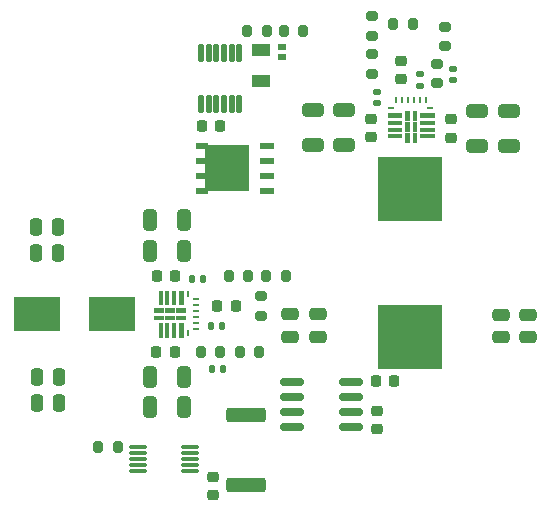
<source format=gbr>
%TF.GenerationSoftware,KiCad,Pcbnew,7.99.0-957-g18dd623122*%
%TF.CreationDate,2023-07-07T15:53:50+08:00*%
%TF.ProjectId,power,706f7765-722e-46b6-9963-61645f706362,V2*%
%TF.SameCoordinates,Original*%
%TF.FileFunction,Paste,Top*%
%TF.FilePolarity,Positive*%
%FSLAX46Y46*%
G04 Gerber Fmt 4.6, Leading zero omitted, Abs format (unit mm)*
G04 Created by KiCad (PCBNEW 7.99.0-957-g18dd623122) date 2023-07-07 15:53:50*
%MOMM*%
%LPD*%
G01*
G04 APERTURE LIST*
G04 Aperture macros list*
%AMRoundRect*
0 Rectangle with rounded corners*
0 $1 Rounding radius*
0 $2 $3 $4 $5 $6 $7 $8 $9 X,Y pos of 4 corners*
0 Add a 4 corners polygon primitive as box body*
4,1,4,$2,$3,$4,$5,$6,$7,$8,$9,$2,$3,0*
0 Add four circle primitives for the rounded corners*
1,1,$1+$1,$2,$3*
1,1,$1+$1,$4,$5*
1,1,$1+$1,$6,$7*
1,1,$1+$1,$8,$9*
0 Add four rect primitives between the rounded corners*
20,1,$1+$1,$2,$3,$4,$5,0*
20,1,$1+$1,$4,$5,$6,$7,0*
20,1,$1+$1,$6,$7,$8,$9,0*
20,1,$1+$1,$8,$9,$2,$3,0*%
G04 Aperture macros list end*
%ADD10C,0.010000*%
%ADD11RoundRect,0.225000X-0.225000X-0.250000X0.225000X-0.250000X0.225000X0.250000X-0.225000X0.250000X0*%
%ADD12RoundRect,0.028800X0.211200X-0.696200X0.211200X0.696200X-0.211200X0.696200X-0.211200X-0.696200X0*%
%ADD13RoundRect,0.250000X-1.425000X0.362500X-1.425000X-0.362500X1.425000X-0.362500X1.425000X0.362500X0*%
%ADD14RoundRect,0.250000X0.475000X-0.250000X0.475000X0.250000X-0.475000X0.250000X-0.475000X-0.250000X0*%
%ADD15RoundRect,0.225000X-0.250000X0.225000X-0.250000X-0.225000X0.250000X-0.225000X0.250000X0.225000X0*%
%ADD16RoundRect,0.200000X0.275000X-0.200000X0.275000X0.200000X-0.275000X0.200000X-0.275000X-0.200000X0*%
%ADD17RoundRect,0.200000X0.200000X0.275000X-0.200000X0.275000X-0.200000X-0.275000X0.200000X-0.275000X0*%
%ADD18R,1.500000X1.000000*%
%ADD19RoundRect,0.250000X0.325000X0.650000X-0.325000X0.650000X-0.325000X-0.650000X0.325000X-0.650000X0*%
%ADD20RoundRect,0.140000X0.170000X-0.140000X0.170000X0.140000X-0.170000X0.140000X-0.170000X-0.140000X0*%
%ADD21RoundRect,0.250000X-0.250000X-0.475000X0.250000X-0.475000X0.250000X0.475000X-0.250000X0.475000X0*%
%ADD22RoundRect,0.225000X0.225000X0.250000X-0.225000X0.250000X-0.225000X-0.250000X0.225000X-0.250000X0*%
%ADD23RoundRect,0.250000X-0.650000X0.325000X-0.650000X-0.325000X0.650000X-0.325000X0.650000X0.325000X0*%
%ADD24R,0.250000X0.600000*%
%ADD25R,0.600000X0.250000*%
%ADD26RoundRect,0.140000X-0.170000X0.140000X-0.170000X-0.140000X0.170000X-0.140000X0.170000X0.140000X0*%
%ADD27RoundRect,0.200000X-0.200000X-0.275000X0.200000X-0.275000X0.200000X0.275000X-0.200000X0.275000X0*%
%ADD28RoundRect,0.200000X-0.275000X0.200000X-0.275000X-0.200000X0.275000X-0.200000X0.275000X0.200000X0*%
%ADD29RoundRect,0.140000X-0.140000X-0.170000X0.140000X-0.170000X0.140000X0.170000X-0.140000X0.170000X0*%
%ADD30RoundRect,0.225000X0.250000X-0.225000X0.250000X0.225000X-0.250000X0.225000X-0.250000X-0.225000X0*%
%ADD31RoundRect,0.140000X0.140000X0.170000X-0.140000X0.170000X-0.140000X-0.170000X0.140000X-0.170000X0*%
%ADD32RoundRect,0.075000X-0.650000X-0.075000X0.650000X-0.075000X0.650000X0.075000X-0.650000X0.075000X0*%
%ADD33R,0.670000X0.570000*%
%ADD34R,1.270000X0.610000*%
%ADD35R,3.810000X3.910000*%
%ADD36R,1.020000X0.610000*%
%ADD37RoundRect,0.150000X-0.825000X-0.150000X0.825000X-0.150000X0.825000X0.150000X-0.825000X0.150000X0*%
%ADD38R,5.400000X5.500000*%
%ADD39R,4.000000X3.000000*%
G04 APERTURE END LIST*
D10*
%TO.C,U3*%
X145628900Y-106772400D02*
X145363590Y-106772400D01*
X145363590Y-105602810D01*
X145628900Y-105602810D01*
X145628900Y-106772400D01*
G36*
X145628900Y-106772400D02*
G01*
X145363590Y-106772400D01*
X145363590Y-105602810D01*
X145628900Y-105602810D01*
X145628900Y-106772400D01*
G37*
X145628900Y-109522400D02*
X145361840Y-109522400D01*
X145361840Y-108381356D01*
X145628900Y-108381356D01*
X145628900Y-109522400D01*
G36*
X145628900Y-109522400D02*
G01*
X145361840Y-109522400D01*
X145361840Y-108381356D01*
X145628900Y-108381356D01*
X145628900Y-109522400D01*
G37*
X145685900Y-107422400D02*
X144927650Y-107422400D01*
X144927650Y-107116574D01*
X145685900Y-107116574D01*
X145685900Y-107422400D01*
G36*
X145685900Y-107422400D02*
G01*
X144927650Y-107422400D01*
X144927650Y-107116574D01*
X145685900Y-107116574D01*
X145685900Y-107422400D01*
G37*
X145685900Y-108022400D02*
X144931700Y-108022400D01*
X144931700Y-107724031D01*
X145685900Y-107724031D01*
X145685900Y-108022400D01*
G36*
X145685900Y-108022400D02*
G01*
X144931700Y-108022400D01*
X144931700Y-107724031D01*
X145685900Y-107724031D01*
X145685900Y-108022400D01*
G37*
X146178900Y-106772400D02*
X145917786Y-106772400D01*
X145917786Y-105600180D01*
X146178900Y-105600180D01*
X146178900Y-106772400D01*
G36*
X146178900Y-106772400D02*
G01*
X145917786Y-106772400D01*
X145917786Y-105600180D01*
X146178900Y-105600180D01*
X146178900Y-106772400D01*
G37*
X146178900Y-109522400D02*
X145919508Y-109522400D01*
X145919508Y-108380109D01*
X146178900Y-108380109D01*
X146178900Y-109522400D01*
G36*
X146178900Y-109522400D02*
G01*
X145919508Y-109522400D01*
X145919508Y-108380109D01*
X146178900Y-108380109D01*
X146178900Y-109522400D01*
G37*
X146619400Y-107422400D02*
X145874580Y-107422400D01*
X145874580Y-107117169D01*
X146619400Y-107117169D01*
X146619400Y-107422400D01*
G36*
X146619400Y-107422400D02*
G01*
X145874580Y-107422400D01*
X145874580Y-107117169D01*
X146619400Y-107117169D01*
X146619400Y-107422400D01*
G37*
X146619400Y-108022400D02*
X145876610Y-108022400D01*
X145876610Y-107723842D01*
X146619400Y-107723842D01*
X146619400Y-108022400D01*
G36*
X146619400Y-108022400D02*
G01*
X145876610Y-108022400D01*
X145876610Y-107723842D01*
X146619400Y-107723842D01*
X146619400Y-108022400D01*
G37*
X146728900Y-106772400D02*
X146474712Y-106772400D01*
X146474712Y-105603200D01*
X146728900Y-105603200D01*
X146728900Y-106772400D01*
G36*
X146728900Y-106772400D02*
G01*
X146474712Y-106772400D01*
X146474712Y-105603200D01*
X146728900Y-105603200D01*
X146728900Y-106772400D01*
G37*
X146728900Y-109522400D02*
X146473836Y-109522400D01*
X146473836Y-108381931D01*
X146728900Y-108381931D01*
X146728900Y-109522400D01*
G36*
X146728900Y-109522400D02*
G01*
X146473836Y-109522400D01*
X146473836Y-108381931D01*
X146728900Y-108381931D01*
X146728900Y-109522400D01*
G37*
X147433900Y-106772400D02*
X147076039Y-106772400D01*
X147076039Y-105597880D01*
X147433900Y-105597880D01*
X147433900Y-106772400D01*
G36*
X147433900Y-106772400D02*
G01*
X147076039Y-106772400D01*
X147076039Y-105597880D01*
X147433900Y-105597880D01*
X147433900Y-106772400D01*
G37*
X147433900Y-109522400D02*
X147075564Y-109522400D01*
X147075564Y-108380233D01*
X147433900Y-108380233D01*
X147433900Y-109522400D01*
G36*
X147433900Y-109522400D02*
G01*
X147075564Y-109522400D01*
X147075564Y-108380233D01*
X147433900Y-108380233D01*
X147433900Y-109522400D01*
G37*
X147552900Y-107422400D02*
X146819194Y-107422400D01*
X146819194Y-107118615D01*
X147552900Y-107118615D01*
X147552900Y-107422400D01*
G36*
X147552900Y-107422400D02*
G01*
X146819194Y-107422400D01*
X146819194Y-107118615D01*
X147552900Y-107118615D01*
X147552900Y-107422400D01*
G37*
X147552900Y-108022400D02*
X146819248Y-108022400D01*
X146819248Y-107723565D01*
X147552900Y-107723565D01*
X147552900Y-108022400D01*
G36*
X147552900Y-108022400D02*
G01*
X146819248Y-108022400D01*
X146819248Y-107723565D01*
X147552900Y-107723565D01*
X147552900Y-108022400D01*
G37*
%TO.C,U2*%
X165904200Y-90906261D02*
X164729680Y-90906261D01*
X164729680Y-90548400D01*
X165904200Y-90548400D01*
X165904200Y-90906261D01*
G36*
X165904200Y-90906261D02*
G01*
X164729680Y-90906261D01*
X164729680Y-90548400D01*
X165904200Y-90548400D01*
X165904200Y-90906261D01*
G37*
X165904200Y-92064514D02*
X164731980Y-92064514D01*
X164731980Y-91803400D01*
X165904200Y-91803400D01*
X165904200Y-92064514D01*
G36*
X165904200Y-92064514D02*
G01*
X164731980Y-92064514D01*
X164731980Y-91803400D01*
X165904200Y-91803400D01*
X165904200Y-92064514D01*
G37*
X165904200Y-92618710D02*
X164734610Y-92618710D01*
X164734610Y-92353400D01*
X165904200Y-92353400D01*
X165904200Y-92618710D01*
G36*
X165904200Y-92618710D02*
G01*
X164734610Y-92618710D01*
X164734610Y-92353400D01*
X165904200Y-92353400D01*
X165904200Y-92618710D01*
G37*
X165904200Y-91507588D02*
X164735000Y-91507588D01*
X164735000Y-91253400D01*
X165904200Y-91253400D01*
X165904200Y-91507588D01*
G36*
X165904200Y-91507588D02*
G01*
X164735000Y-91507588D01*
X164735000Y-91253400D01*
X165904200Y-91253400D01*
X165904200Y-91507588D01*
G37*
X166554200Y-93054650D02*
X166248374Y-93054650D01*
X166248374Y-92296400D01*
X166554200Y-92296400D01*
X166554200Y-93054650D01*
G36*
X166554200Y-93054650D02*
G01*
X166248374Y-93054650D01*
X166248374Y-92296400D01*
X166554200Y-92296400D01*
X166554200Y-93054650D01*
G37*
X166554200Y-92107720D02*
X166248969Y-92107720D01*
X166248969Y-91362900D01*
X166554200Y-91362900D01*
X166554200Y-92107720D01*
G36*
X166554200Y-92107720D02*
G01*
X166248969Y-92107720D01*
X166248969Y-91362900D01*
X166554200Y-91362900D01*
X166554200Y-92107720D01*
G37*
X166554200Y-91163106D02*
X166250415Y-91163106D01*
X166250415Y-90429400D01*
X166554200Y-90429400D01*
X166554200Y-91163106D01*
G36*
X166554200Y-91163106D02*
G01*
X166250415Y-91163106D01*
X166250415Y-90429400D01*
X166554200Y-90429400D01*
X166554200Y-91163106D01*
G37*
X167154200Y-91163052D02*
X166855365Y-91163052D01*
X166855365Y-90429400D01*
X167154200Y-90429400D01*
X167154200Y-91163052D01*
G36*
X167154200Y-91163052D02*
G01*
X166855365Y-91163052D01*
X166855365Y-90429400D01*
X167154200Y-90429400D01*
X167154200Y-91163052D01*
G37*
X167154200Y-92105690D02*
X166855642Y-92105690D01*
X166855642Y-91362900D01*
X167154200Y-91362900D01*
X167154200Y-92105690D01*
G36*
X167154200Y-92105690D02*
G01*
X166855642Y-92105690D01*
X166855642Y-91362900D01*
X167154200Y-91362900D01*
X167154200Y-92105690D01*
G37*
X167154200Y-93050600D02*
X166855831Y-93050600D01*
X166855831Y-92296400D01*
X167154200Y-92296400D01*
X167154200Y-93050600D01*
G36*
X167154200Y-93050600D02*
G01*
X166855831Y-93050600D01*
X166855831Y-92296400D01*
X167154200Y-92296400D01*
X167154200Y-93050600D01*
G37*
X168654200Y-92062792D02*
X167511909Y-92062792D01*
X167511909Y-91803400D01*
X168654200Y-91803400D01*
X168654200Y-92062792D01*
G36*
X168654200Y-92062792D02*
G01*
X167511909Y-92062792D01*
X167511909Y-91803400D01*
X168654200Y-91803400D01*
X168654200Y-92062792D01*
G37*
X168654200Y-90906736D02*
X167512033Y-90906736D01*
X167512033Y-90548400D01*
X168654200Y-90548400D01*
X168654200Y-90906736D01*
G36*
X168654200Y-90906736D02*
G01*
X167512033Y-90906736D01*
X167512033Y-90548400D01*
X168654200Y-90548400D01*
X168654200Y-90906736D01*
G37*
X168654200Y-92620460D02*
X167513156Y-92620460D01*
X167513156Y-92353400D01*
X168654200Y-92353400D01*
X168654200Y-92620460D01*
G36*
X168654200Y-92620460D02*
G01*
X167513156Y-92620460D01*
X167513156Y-92353400D01*
X168654200Y-92353400D01*
X168654200Y-92620460D01*
G37*
X168654200Y-91508464D02*
X167513731Y-91508464D01*
X167513731Y-91253400D01*
X168654200Y-91253400D01*
X168654200Y-91508464D01*
G36*
X168654200Y-91508464D02*
G01*
X167513731Y-91508464D01*
X167513731Y-91253400D01*
X168654200Y-91253400D01*
X168654200Y-91508464D01*
G37*
%TD*%
D11*
%TO.C,C24*%
X150318100Y-106908600D03*
X151868100Y-106908600D03*
%TD*%
D12*
%TO.C,U1*%
X148945600Y-89841800D03*
X149595600Y-89841800D03*
X150245600Y-89841800D03*
X150895600Y-89841800D03*
X151545600Y-89841800D03*
X152195600Y-89841800D03*
X152195600Y-85521800D03*
X151545600Y-85521800D03*
X150895600Y-85521800D03*
X150245600Y-85521800D03*
X149595600Y-85521800D03*
X148945600Y-85521800D03*
%TD*%
D13*
%TO.C,R18*%
X152769800Y-116112700D03*
X152769800Y-122037700D03*
%TD*%
D14*
%TO.C,C14*%
X176621200Y-109570600D03*
X176621200Y-107670600D03*
%TD*%
D15*
%TO.C,C2*%
X170103800Y-91104800D03*
X170103800Y-92654800D03*
%TD*%
%TO.C,C1*%
X163296600Y-91041000D03*
X163296600Y-92591000D03*
%TD*%
D16*
%TO.C,R4*%
X169610800Y-84924400D03*
X169610800Y-83274400D03*
%TD*%
D17*
%TO.C,R2*%
X166854400Y-83032600D03*
X165204400Y-83032600D03*
%TD*%
D18*
%TO.C,D1*%
X153990200Y-87867400D03*
X153990200Y-85267400D03*
%TD*%
D19*
%TO.C,C20*%
X147527700Y-99644200D03*
X144577700Y-99644200D03*
%TD*%
D20*
%TO.C,C9*%
X163845000Y-89728000D03*
X163845000Y-88768000D03*
%TD*%
D21*
%TO.C,C27*%
X134955200Y-100203000D03*
X136855200Y-100203000D03*
%TD*%
D11*
%TO.C,C31*%
X163753200Y-113274700D03*
X165303200Y-113274700D03*
%TD*%
D19*
%TO.C,C19*%
X147527700Y-102235000D03*
X144577700Y-102235000D03*
%TD*%
D22*
%TO.C,C18*%
X146711300Y-110769400D03*
X145161300Y-110769400D03*
%TD*%
D23*
%TO.C,C5*%
X175031400Y-90413600D03*
X175031400Y-93363600D03*
%TD*%
D24*
%TO.C,U3*%
X147828900Y-105922400D03*
X147828900Y-109222400D03*
D25*
X148553900Y-108822400D03*
X148553900Y-108322400D03*
X148553900Y-107822400D03*
X148553900Y-107322400D03*
X148553900Y-106822400D03*
X148553900Y-106322400D03*
%TD*%
D26*
%TO.C,C7*%
X167462200Y-87296400D03*
X167462200Y-88256400D03*
%TD*%
D16*
%TO.C,R9*%
X154037100Y-107721400D03*
X154037100Y-106071400D03*
%TD*%
D19*
%TO.C,C21*%
X147527700Y-115493800D03*
X144577700Y-115493800D03*
%TD*%
D16*
%TO.C,R5*%
X168925000Y-88048600D03*
X168925000Y-86398600D03*
%TD*%
D21*
%TO.C,C30*%
X135026400Y-115087400D03*
X136926400Y-115087400D03*
%TD*%
D27*
%TO.C,R13*%
X140233400Y-118821200D03*
X141883400Y-118821200D03*
%TD*%
D28*
%TO.C,R1*%
X163438600Y-85585800D03*
X163438600Y-87235800D03*
%TD*%
D27*
%TO.C,R10*%
X154459300Y-104368600D03*
X156109300Y-104368600D03*
%TD*%
D29*
%TO.C,C25*%
X148184500Y-104622600D03*
X149144500Y-104622600D03*
%TD*%
D21*
%TO.C,C29*%
X135026400Y-112890200D03*
X136926400Y-112890200D03*
%TD*%
D30*
%TO.C,C8*%
X165832050Y-87723600D03*
X165832050Y-86173600D03*
%TD*%
D26*
%TO.C,C10*%
X170271200Y-86819800D03*
X170271200Y-87779800D03*
%TD*%
D23*
%TO.C,C4*%
X158419800Y-90310200D03*
X158419800Y-93260200D03*
%TD*%
D31*
%TO.C,C23*%
X150724500Y-108585000D03*
X149764500Y-108585000D03*
%TD*%
D27*
%TO.C,R6*%
X152859800Y-83642200D03*
X154509800Y-83642200D03*
%TD*%
D23*
%TO.C,C6*%
X172339000Y-90413600D03*
X172339000Y-93363600D03*
%TD*%
D14*
%TO.C,C12*%
X158841200Y-109494400D03*
X158841200Y-107594400D03*
%TD*%
D32*
%TO.C,U4*%
X143610200Y-118840800D03*
X143610200Y-119340800D03*
X143610200Y-119840800D03*
X143610200Y-120340800D03*
X143610200Y-120840800D03*
X148010200Y-120840800D03*
X148010200Y-120340800D03*
X148010200Y-119840800D03*
X148010200Y-119340800D03*
X148010200Y-118840800D03*
%TD*%
D15*
%TO.C,C32*%
X163804000Y-115763900D03*
X163804000Y-117313900D03*
%TD*%
D31*
%TO.C,C26*%
X150822600Y-112242600D03*
X149862600Y-112242600D03*
%TD*%
D27*
%TO.C,R11*%
X152210900Y-110794800D03*
X153860900Y-110794800D03*
%TD*%
D14*
%TO.C,C13*%
X174335200Y-109570600D03*
X174335200Y-107670600D03*
%TD*%
D19*
%TO.C,C22*%
X147527700Y-112903000D03*
X144577700Y-112903000D03*
%TD*%
D21*
%TO.C,C28*%
X134955200Y-102387400D03*
X136855200Y-102387400D03*
%TD*%
D30*
%TO.C,C33*%
X149910800Y-122949000D03*
X149910800Y-121399000D03*
%TD*%
D23*
%TO.C,C3*%
X161061400Y-90310200D03*
X161061400Y-93260200D03*
%TD*%
D16*
%TO.C,R3*%
X163449000Y-84047600D03*
X163449000Y-82397600D03*
%TD*%
D33*
%TO.C,D2*%
X155803600Y-85826600D03*
X155803600Y-84966600D03*
%TD*%
D34*
%TO.C,Q1*%
X154508200Y-97155000D03*
X154508200Y-95885000D03*
X154508200Y-94615000D03*
X154508200Y-93345000D03*
D35*
X151148200Y-95250000D03*
D36*
X149043200Y-97155000D03*
X149043200Y-95885000D03*
X149043200Y-94615000D03*
X149043200Y-93345000D03*
%TD*%
D25*
%TO.C,U2*%
X165054200Y-90153400D03*
X168354200Y-90153400D03*
D24*
X167954200Y-89428400D03*
X167454200Y-89428400D03*
X166954200Y-89428400D03*
X166454200Y-89428400D03*
X165954200Y-89428400D03*
X165454200Y-89428400D03*
%TD*%
D22*
%TO.C,C17*%
X146775100Y-104368600D03*
X145225100Y-104368600D03*
%TD*%
D14*
%TO.C,C11*%
X156504400Y-109494400D03*
X156504400Y-107594400D03*
%TD*%
D37*
%TO.C,U5*%
X156669600Y-113376300D03*
X156669600Y-114646300D03*
X156669600Y-115916300D03*
X156669600Y-117186300D03*
X161619600Y-117186300D03*
X161619600Y-115916300D03*
X161619600Y-114646300D03*
X161619600Y-113376300D03*
%TD*%
D27*
%TO.C,R7*%
X155957000Y-83642200D03*
X157607000Y-83642200D03*
%TD*%
%TO.C,R12*%
X148934300Y-110794800D03*
X150584300Y-110794800D03*
%TD*%
D38*
%TO.C,L1*%
X166664400Y-96996000D03*
X166664400Y-109496000D03*
%TD*%
D39*
%TO.C,L2*%
X141426800Y-107619800D03*
X135026800Y-107619800D03*
%TD*%
D17*
%TO.C,R8*%
X152921100Y-104368600D03*
X151271100Y-104368600D03*
%TD*%
D11*
%TO.C,C15*%
X148996400Y-91643200D03*
X150546400Y-91643200D03*
%TD*%
M02*

</source>
